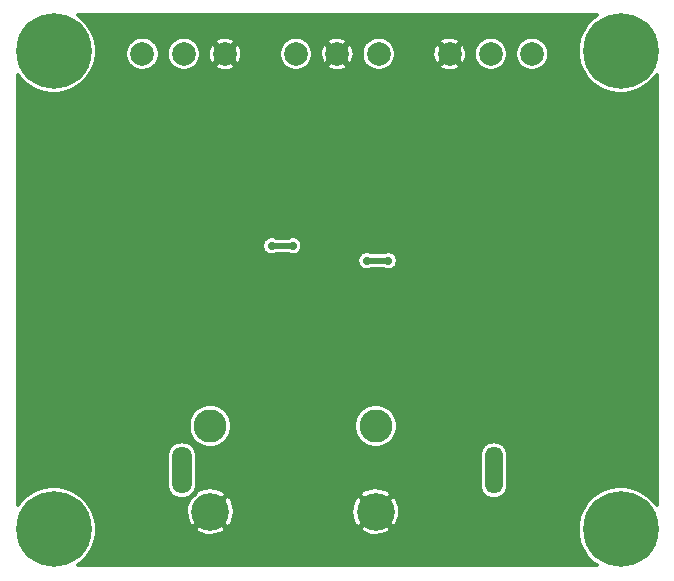
<source format=gbr>
%TF.GenerationSoftware,KiCad,Pcbnew,(5.1.6-0)*%
%TF.CreationDate,2023-05-11T16:08:50-07:00*%
%TF.ProjectId,input_buffer_RCA,696e7075-745f-4627-9566-6665725f5243,rev?*%
%TF.SameCoordinates,Original*%
%TF.FileFunction,Copper,L2,Bot*%
%TF.FilePolarity,Positive*%
%FSLAX46Y46*%
G04 Gerber Fmt 4.6, Leading zero omitted, Abs format (unit mm)*
G04 Created by KiCad (PCBNEW (5.1.6-0)) date 2023-05-11 16:08:50*
%MOMM*%
%LPD*%
G01*
G04 APERTURE LIST*
%TA.AperFunction,ComponentPad*%
%ADD10C,0.800000*%
%TD*%
%TA.AperFunction,ComponentPad*%
%ADD11C,6.400000*%
%TD*%
%TA.AperFunction,ComponentPad*%
%ADD12O,1.500000X4.000000*%
%TD*%
%TA.AperFunction,ComponentPad*%
%ADD13O,1.700000X4.000000*%
%TD*%
%TA.AperFunction,ComponentPad*%
%ADD14C,3.200000*%
%TD*%
%TA.AperFunction,ComponentPad*%
%ADD15C,2.800000*%
%TD*%
%TA.AperFunction,ComponentPad*%
%ADD16C,2.000000*%
%TD*%
%TA.AperFunction,ViaPad*%
%ADD17C,0.700000*%
%TD*%
%TA.AperFunction,Conductor*%
%ADD18C,0.500000*%
%TD*%
%TA.AperFunction,Conductor*%
%ADD19C,0.300000*%
%TD*%
G04 APERTURE END LIST*
D10*
%TO.P,H4,1*%
%TO.N,N/C*%
X150697056Y-144802944D03*
X149000000Y-144100000D03*
X147302944Y-144802944D03*
X146600000Y-146500000D03*
X147302944Y-148197056D03*
X149000000Y-148900000D03*
X150697056Y-148197056D03*
X151400000Y-146500000D03*
D11*
X149000000Y-146500000D03*
%TD*%
D10*
%TO.P,H3,1*%
%TO.N,N/C*%
X150697056Y-104302944D03*
X149000000Y-103600000D03*
X147302944Y-104302944D03*
X146600000Y-106000000D03*
X147302944Y-107697056D03*
X149000000Y-108400000D03*
X150697056Y-107697056D03*
X151400000Y-106000000D03*
D11*
X149000000Y-106000000D03*
%TD*%
D10*
%TO.P,H2,1*%
%TO.N,N/C*%
X102697056Y-144802944D03*
X101000000Y-144100000D03*
X99302944Y-144802944D03*
X98600000Y-146500000D03*
X99302944Y-148197056D03*
X101000000Y-148900000D03*
X102697056Y-148197056D03*
X103400000Y-146500000D03*
D11*
X101000000Y-146500000D03*
%TD*%
D10*
%TO.P,H1,1*%
%TO.N,N/C*%
X102697056Y-104302944D03*
X101000000Y-103600000D03*
X99302944Y-104302944D03*
X98600000Y-106000000D03*
X99302944Y-107697056D03*
X101000000Y-108400000D03*
X102697056Y-107697056D03*
X103400000Y-106000000D03*
D11*
X101000000Y-106000000D03*
%TD*%
D12*
%TO.P,J1,*%
%TO.N,*%
X138250000Y-141500000D03*
D13*
X111850000Y-141500000D03*
D14*
%TO.P,J1,2*%
%TO.N,GND*%
X114250000Y-145000000D03*
D15*
%TO.P,J1,3*%
%TO.N,Net-(D2-Pad2)*%
X128250000Y-137750000D03*
D14*
%TO.P,J1,4*%
%TO.N,GND*%
X128250000Y-145000000D03*
D15*
%TO.P,J1,1*%
%TO.N,Net-(D1-Pad2)*%
X114250000Y-137750000D03*
%TD*%
D16*
%TO.P,J4,3*%
%TO.N,VEE*%
X121500000Y-106250000D03*
%TO.P,J4,2*%
%TO.N,GND*%
X125000000Y-106250000D03*
%TO.P,J4,1*%
%TO.N,VCC*%
X128500000Y-106250000D03*
%TD*%
%TO.P,J3,3*%
%TO.N,GND*%
X134500000Y-106250000D03*
%TO.P,J3,2*%
%TO.N,/CH2OUT+*%
X138000000Y-106250000D03*
%TO.P,J3,1*%
%TO.N,/CH2OUT-*%
X141500000Y-106250000D03*
%TD*%
%TO.P,J2,3*%
%TO.N,/CH1OUT-*%
X108500000Y-106250000D03*
%TO.P,J2,2*%
%TO.N,/CH1OUT+*%
X112000000Y-106250000D03*
%TO.P,J2,1*%
%TO.N,GND*%
X115500000Y-106250000D03*
%TD*%
D17*
%TO.N,GND*%
X123000000Y-133750000D03*
X127000000Y-133750000D03*
X117000000Y-128250000D03*
X117000000Y-125500000D03*
X133000000Y-125500000D03*
X133000000Y-128250000D03*
X127250000Y-122500000D03*
X141750000Y-122500000D03*
X145500000Y-124250000D03*
X137750000Y-114000000D03*
X123000000Y-114000000D03*
X108000000Y-114000000D03*
X112000000Y-122500000D03*
X104250000Y-124250000D03*
X130000000Y-124500000D03*
X126750000Y-125500000D03*
X121250000Y-123500000D03*
X119250000Y-123500000D03*
X98901191Y-110042500D03*
X98901191Y-114042500D03*
X98901191Y-118042500D03*
X98901191Y-122042500D03*
X98901191Y-126042500D03*
X98901191Y-130042500D03*
X98901191Y-134042500D03*
X98901191Y-138042500D03*
X98901191Y-142042500D03*
X100901191Y-120042500D03*
X100901191Y-124042500D03*
X100901191Y-128042500D03*
X100901191Y-132042500D03*
X100901191Y-136042500D03*
X100901191Y-140042500D03*
X102901191Y-126042500D03*
X102901191Y-130042500D03*
X102901191Y-134042500D03*
X102901191Y-138042500D03*
X102901191Y-142042500D03*
X103901191Y-110042500D03*
X104901191Y-128042500D03*
X104901191Y-132042500D03*
X104901191Y-136042500D03*
X104901191Y-140042500D03*
X104901191Y-144042500D03*
X105901191Y-104042500D03*
X105901191Y-108042500D03*
X105901191Y-115042500D03*
X105901191Y-121042500D03*
X105901191Y-125042500D03*
X105901191Y-147042500D03*
X106901191Y-112042500D03*
X106901191Y-130042500D03*
X106901191Y-134042500D03*
X106901191Y-138042500D03*
X106901191Y-142042500D03*
X107901191Y-127042500D03*
X107901191Y-145042500D03*
X108901191Y-110042500D03*
X108901191Y-122042500D03*
X108901191Y-132042500D03*
X108901191Y-136042500D03*
X108901191Y-140042500D03*
X108901191Y-148042500D03*
X109901191Y-104042500D03*
X109901191Y-116042500D03*
X109901191Y-129042500D03*
X110901191Y-112042500D03*
X110901191Y-126042500D03*
X110901191Y-134042500D03*
X110901191Y-138042500D03*
X110901191Y-146042500D03*
X111901191Y-131042500D03*
X112901191Y-128042500D03*
X112901191Y-148042500D03*
X113901191Y-108042500D03*
X113901191Y-113042500D03*
X113901191Y-123042500D03*
X113901191Y-133042500D03*
X113901191Y-141042500D03*
X114901191Y-126042500D03*
X114901191Y-130042500D03*
X115901191Y-110042500D03*
X115901191Y-135042500D03*
X116901191Y-132042500D03*
X116901191Y-139042500D03*
X116901191Y-143042500D03*
X116901191Y-147042500D03*
X117901191Y-105042500D03*
X117901191Y-112042500D03*
X117901191Y-116042500D03*
X118901191Y-108042500D03*
X118901191Y-119042500D03*
X118901191Y-141042500D03*
X118901191Y-145042500D03*
X119901191Y-114042500D03*
X119901191Y-126042500D03*
X119901191Y-130042500D03*
X119901191Y-134042500D03*
X119901191Y-138042500D03*
X119901191Y-148042500D03*
X120901191Y-110042500D03*
X120901191Y-143042500D03*
X121901191Y-136042500D03*
X121901191Y-140042500D03*
X121901191Y-146042500D03*
X122901191Y-112042500D03*
X122901191Y-125042500D03*
X122901191Y-129042500D03*
X123901191Y-132042500D03*
X123901191Y-138042500D03*
X123901191Y-142042500D03*
X123901191Y-148042500D03*
X124901191Y-127042500D03*
X124901191Y-135042500D03*
X124901191Y-145042500D03*
X125901191Y-130042500D03*
X125901191Y-140042500D03*
X126901191Y-108042500D03*
X127901191Y-142042500D03*
X127901191Y-148042500D03*
X128901191Y-111042500D03*
X128901191Y-115042500D03*
X128901191Y-135042500D03*
X129901191Y-120042500D03*
X129901191Y-126042500D03*
X129901191Y-130042500D03*
X129901191Y-140042500D03*
X130901191Y-105042500D03*
X130901191Y-109042500D03*
X130901191Y-113042500D03*
X130901191Y-143042500D03*
X130901191Y-147042500D03*
X131901191Y-138042500D03*
X132901191Y-111042500D03*
X132901191Y-121042500D03*
X132901191Y-131042500D03*
X132901191Y-135042500D03*
X132901191Y-141042500D03*
X132901191Y-145042500D03*
X133901191Y-124042500D03*
X133901191Y-148042500D03*
X134901191Y-109042500D03*
X134901191Y-127042500D03*
X134901191Y-133042500D03*
X134901191Y-137042500D03*
X134901191Y-143042500D03*
X135901191Y-112042500D03*
X135901191Y-130042500D03*
X135901191Y-140042500D03*
X135901191Y-146042500D03*
X136901191Y-125042500D03*
X136901191Y-135042500D03*
X137901191Y-110042500D03*
X137901191Y-128042500D03*
X137901191Y-132042500D03*
X137901191Y-138042500D03*
X137901191Y-148042500D03*
X138901191Y-118042500D03*
X138901191Y-145042500D03*
X139901191Y-112042500D03*
X139901191Y-124042500D03*
X139901191Y-130042500D03*
X139901191Y-134042500D03*
X140901191Y-104042500D03*
X140901191Y-127042500D03*
X140901191Y-137042500D03*
X140901191Y-141042500D03*
X140901191Y-147042500D03*
X141901191Y-132042500D03*
X141901191Y-144042500D03*
X142901191Y-125042500D03*
X142901191Y-129042500D03*
X142901191Y-135042500D03*
X142901191Y-139042500D03*
X143901191Y-105042500D03*
X143901191Y-109042500D03*
X143901191Y-113042500D03*
X143901191Y-121042500D03*
X143901191Y-142042500D03*
X143901191Y-146042500D03*
X144901191Y-127042500D03*
X144901191Y-131042500D03*
X144901191Y-137042500D03*
X145901191Y-134042500D03*
X145901191Y-140042500D03*
X146901191Y-110042500D03*
X146901191Y-125042500D03*
X146901191Y-129042500D03*
X147901191Y-119042500D03*
X147901191Y-132042500D03*
X147901191Y-136042500D03*
X147901191Y-142042500D03*
X148901191Y-122042500D03*
X148901191Y-127042500D03*
X148901191Y-139042500D03*
X149901191Y-111042500D03*
X149901191Y-115042500D03*
X149901191Y-130042500D03*
X149901191Y-134042500D03*
X150901191Y-118042500D03*
X150901191Y-124042500D03*
X150901191Y-137042500D03*
X150901191Y-141042500D03*
X124250000Y-122500000D03*
X125500000Y-120500000D03*
X135000000Y-120000000D03*
X135500000Y-118000000D03*
X116250000Y-122500000D03*
X110500000Y-117750000D03*
X103250000Y-112250000D03*
X103000000Y-118250000D03*
X114750000Y-118750000D03*
X121500000Y-121250000D03*
X116250000Y-120000000D03*
%TO.N,VEE*%
X121250000Y-122500000D03*
X119450000Y-122500000D03*
X129312500Y-123750000D03*
X127500000Y-123750000D03*
%TD*%
D18*
%TO.N,VEE*%
X119450000Y-122500000D02*
X121250000Y-122500000D01*
X129312500Y-123750000D02*
X127500000Y-123750000D01*
%TD*%
D19*
%TO.N,GND*%
G36*
X146673260Y-103164860D02*
G01*
X146164860Y-103673260D01*
X145765412Y-104271077D01*
X145490267Y-104935334D01*
X145350000Y-105640506D01*
X145350000Y-106359494D01*
X145490267Y-107064666D01*
X145765412Y-107728923D01*
X146164860Y-108326740D01*
X146673260Y-108835140D01*
X147271077Y-109234588D01*
X147935334Y-109509733D01*
X148640506Y-109650000D01*
X149359494Y-109650000D01*
X150064666Y-109509733D01*
X150728923Y-109234588D01*
X151326740Y-108835140D01*
X151835140Y-108326740D01*
X152025000Y-108042594D01*
X152025001Y-144457407D01*
X151835140Y-144173260D01*
X151326740Y-143664860D01*
X150728923Y-143265412D01*
X150064666Y-142990267D01*
X149359494Y-142850000D01*
X148640506Y-142850000D01*
X147935334Y-142990267D01*
X147271077Y-143265412D01*
X146673260Y-143664860D01*
X146164860Y-144173260D01*
X145765412Y-144771077D01*
X145490267Y-145435334D01*
X145350000Y-146140506D01*
X145350000Y-146859494D01*
X145490267Y-147564666D01*
X145765412Y-148228923D01*
X146164860Y-148826740D01*
X146673260Y-149335140D01*
X146957406Y-149525000D01*
X103042594Y-149525000D01*
X103326740Y-149335140D01*
X103835140Y-148826740D01*
X104234588Y-148228923D01*
X104509733Y-147564666D01*
X104650000Y-146859494D01*
X104650000Y-146445927D01*
X112945494Y-146445927D01*
X113121540Y-146723322D01*
X113479426Y-146910361D01*
X113866926Y-147023985D01*
X114269146Y-147059829D01*
X114670630Y-147016515D01*
X115055951Y-146895707D01*
X115378460Y-146723322D01*
X115554506Y-146445927D01*
X126945494Y-146445927D01*
X127121540Y-146723322D01*
X127479426Y-146910361D01*
X127866926Y-147023985D01*
X128269146Y-147059829D01*
X128670630Y-147016515D01*
X129055951Y-146895707D01*
X129378460Y-146723322D01*
X129554506Y-146445927D01*
X128250000Y-145141421D01*
X126945494Y-146445927D01*
X115554506Y-146445927D01*
X114250000Y-145141421D01*
X112945494Y-146445927D01*
X104650000Y-146445927D01*
X104650000Y-146140506D01*
X104509733Y-145435334D01*
X104234588Y-144771077D01*
X103835140Y-144173260D01*
X103326740Y-143664860D01*
X102728923Y-143265412D01*
X102064666Y-142990267D01*
X101359494Y-142850000D01*
X100640506Y-142850000D01*
X99935334Y-142990267D01*
X99271077Y-143265412D01*
X98673260Y-143664860D01*
X98164860Y-144173260D01*
X97975000Y-144457406D01*
X97975000Y-140286137D01*
X110550000Y-140286137D01*
X110550001Y-142713864D01*
X110568811Y-142904845D01*
X110643146Y-143149896D01*
X110763861Y-143375736D01*
X110926314Y-143573687D01*
X111124265Y-143736140D01*
X111350105Y-143856855D01*
X111595156Y-143931190D01*
X111850000Y-143956290D01*
X112104845Y-143931190D01*
X112349896Y-143856855D01*
X112575736Y-143736140D01*
X112723473Y-143614897D01*
X112804071Y-143695495D01*
X112526678Y-143871540D01*
X112339639Y-144229426D01*
X112226015Y-144616926D01*
X112190171Y-145019146D01*
X112233485Y-145420630D01*
X112354293Y-145805951D01*
X112526678Y-146128460D01*
X112804073Y-146304506D01*
X114108579Y-145000000D01*
X114391421Y-145000000D01*
X115695927Y-146304506D01*
X115973322Y-146128460D01*
X116160361Y-145770574D01*
X116273985Y-145383074D01*
X116306416Y-145019146D01*
X126190171Y-145019146D01*
X126233485Y-145420630D01*
X126354293Y-145805951D01*
X126526678Y-146128460D01*
X126804073Y-146304506D01*
X128108579Y-145000000D01*
X128391421Y-145000000D01*
X129695927Y-146304506D01*
X129973322Y-146128460D01*
X130160361Y-145770574D01*
X130273985Y-145383074D01*
X130309829Y-144980854D01*
X130266515Y-144579370D01*
X130145707Y-144194049D01*
X129973322Y-143871540D01*
X129695927Y-143695494D01*
X128391421Y-145000000D01*
X128108579Y-145000000D01*
X126804073Y-143695494D01*
X126526678Y-143871540D01*
X126339639Y-144229426D01*
X126226015Y-144616926D01*
X126190171Y-145019146D01*
X116306416Y-145019146D01*
X116309829Y-144980854D01*
X116266515Y-144579370D01*
X116145707Y-144194049D01*
X115973322Y-143871540D01*
X115695927Y-143695494D01*
X114391421Y-145000000D01*
X114108579Y-145000000D01*
X114094437Y-144985858D01*
X114235858Y-144844437D01*
X114250000Y-144858579D01*
X115554506Y-143554073D01*
X126945494Y-143554073D01*
X128250000Y-144858579D01*
X129554506Y-143554073D01*
X129378460Y-143276678D01*
X129020574Y-143089639D01*
X128633074Y-142976015D01*
X128230854Y-142940171D01*
X127829370Y-142983485D01*
X127444049Y-143104293D01*
X127121540Y-143276678D01*
X126945494Y-143554073D01*
X115554506Y-143554073D01*
X115378460Y-143276678D01*
X115020574Y-143089639D01*
X114633074Y-142976015D01*
X114230854Y-142940171D01*
X113829370Y-142983485D01*
X113444049Y-143104293D01*
X113121540Y-143276678D01*
X112945495Y-143554071D01*
X112864643Y-143473219D01*
X112817218Y-143520644D01*
X112936140Y-143375736D01*
X113056855Y-143149896D01*
X113131190Y-142904845D01*
X113150000Y-142713864D01*
X113150000Y-140286136D01*
X113140635Y-140191051D01*
X137050000Y-140191051D01*
X137050001Y-142808950D01*
X137067364Y-142985241D01*
X137135982Y-143211442D01*
X137247410Y-143419910D01*
X137397367Y-143602634D01*
X137580091Y-143752591D01*
X137788559Y-143864019D01*
X138014760Y-143932637D01*
X138250000Y-143955806D01*
X138485241Y-143932637D01*
X138711442Y-143864019D01*
X138919910Y-143752591D01*
X139102634Y-143602634D01*
X139252591Y-143419910D01*
X139364019Y-143211442D01*
X139432637Y-142985241D01*
X139450000Y-142808950D01*
X139450000Y-140191050D01*
X139432637Y-140014759D01*
X139364019Y-139788558D01*
X139252591Y-139580090D01*
X139102634Y-139397366D01*
X138919909Y-139247409D01*
X138711441Y-139135981D01*
X138485240Y-139067363D01*
X138250000Y-139044194D01*
X138014759Y-139067363D01*
X137788558Y-139135981D01*
X137580090Y-139247409D01*
X137397366Y-139397366D01*
X137247409Y-139580091D01*
X137135981Y-139788559D01*
X137067363Y-140014760D01*
X137050000Y-140191051D01*
X113140635Y-140191051D01*
X113131190Y-140095155D01*
X113056855Y-139850104D01*
X112936140Y-139624264D01*
X112773687Y-139426313D01*
X112575735Y-139263860D01*
X112349895Y-139143145D01*
X112104844Y-139068810D01*
X111850000Y-139043710D01*
X111595155Y-139068810D01*
X111350104Y-139143145D01*
X111124264Y-139263860D01*
X110926313Y-139426313D01*
X110763860Y-139624265D01*
X110643145Y-139850105D01*
X110568810Y-140095156D01*
X110550000Y-140286137D01*
X97975000Y-140286137D01*
X97975000Y-137567791D01*
X112400000Y-137567791D01*
X112400000Y-137932209D01*
X112471095Y-138289625D01*
X112610552Y-138626303D01*
X112813011Y-138929306D01*
X113070694Y-139186989D01*
X113373697Y-139389448D01*
X113710375Y-139528905D01*
X114067791Y-139600000D01*
X114432209Y-139600000D01*
X114789625Y-139528905D01*
X115126303Y-139389448D01*
X115429306Y-139186989D01*
X115686989Y-138929306D01*
X115889448Y-138626303D01*
X116028905Y-138289625D01*
X116100000Y-137932209D01*
X116100000Y-137567791D01*
X126400000Y-137567791D01*
X126400000Y-137932209D01*
X126471095Y-138289625D01*
X126610552Y-138626303D01*
X126813011Y-138929306D01*
X127070694Y-139186989D01*
X127373697Y-139389448D01*
X127710375Y-139528905D01*
X128067791Y-139600000D01*
X128432209Y-139600000D01*
X128789625Y-139528905D01*
X129126303Y-139389448D01*
X129429306Y-139186989D01*
X129686989Y-138929306D01*
X129889448Y-138626303D01*
X130028905Y-138289625D01*
X130100000Y-137932209D01*
X130100000Y-137567791D01*
X130028905Y-137210375D01*
X129889448Y-136873697D01*
X129686989Y-136570694D01*
X129429306Y-136313011D01*
X129126303Y-136110552D01*
X128789625Y-135971095D01*
X128432209Y-135900000D01*
X128067791Y-135900000D01*
X127710375Y-135971095D01*
X127373697Y-136110552D01*
X127070694Y-136313011D01*
X126813011Y-136570694D01*
X126610552Y-136873697D01*
X126471095Y-137210375D01*
X126400000Y-137567791D01*
X116100000Y-137567791D01*
X116028905Y-137210375D01*
X115889448Y-136873697D01*
X115686989Y-136570694D01*
X115429306Y-136313011D01*
X115126303Y-136110552D01*
X114789625Y-135971095D01*
X114432209Y-135900000D01*
X114067791Y-135900000D01*
X113710375Y-135971095D01*
X113373697Y-136110552D01*
X113070694Y-136313011D01*
X112813011Y-136570694D01*
X112610552Y-136873697D01*
X112471095Y-137210375D01*
X112400000Y-137567791D01*
X97975000Y-137567791D01*
X97975000Y-123671207D01*
X126700000Y-123671207D01*
X126700000Y-123828793D01*
X126730743Y-123983351D01*
X126791049Y-124128942D01*
X126878599Y-124259970D01*
X126990030Y-124371401D01*
X127121058Y-124458951D01*
X127266649Y-124519257D01*
X127421207Y-124550000D01*
X127578793Y-124550000D01*
X127733351Y-124519257D01*
X127878942Y-124458951D01*
X127892338Y-124450000D01*
X128920162Y-124450000D01*
X128933558Y-124458951D01*
X129079149Y-124519257D01*
X129233707Y-124550000D01*
X129391293Y-124550000D01*
X129545851Y-124519257D01*
X129691442Y-124458951D01*
X129822470Y-124371401D01*
X129933901Y-124259970D01*
X130021451Y-124128942D01*
X130081757Y-123983351D01*
X130112500Y-123828793D01*
X130112500Y-123671207D01*
X130081757Y-123516649D01*
X130021451Y-123371058D01*
X129933901Y-123240030D01*
X129822470Y-123128599D01*
X129691442Y-123041049D01*
X129545851Y-122980743D01*
X129391293Y-122950000D01*
X129233707Y-122950000D01*
X129079149Y-122980743D01*
X128933558Y-123041049D01*
X128920162Y-123050000D01*
X127892338Y-123050000D01*
X127878942Y-123041049D01*
X127733351Y-122980743D01*
X127578793Y-122950000D01*
X127421207Y-122950000D01*
X127266649Y-122980743D01*
X127121058Y-123041049D01*
X126990030Y-123128599D01*
X126878599Y-123240030D01*
X126791049Y-123371058D01*
X126730743Y-123516649D01*
X126700000Y-123671207D01*
X97975000Y-123671207D01*
X97975000Y-122421207D01*
X118650000Y-122421207D01*
X118650000Y-122578793D01*
X118680743Y-122733351D01*
X118741049Y-122878942D01*
X118828599Y-123009970D01*
X118940030Y-123121401D01*
X119071058Y-123208951D01*
X119216649Y-123269257D01*
X119371207Y-123300000D01*
X119528793Y-123300000D01*
X119683351Y-123269257D01*
X119828942Y-123208951D01*
X119842338Y-123200000D01*
X120857662Y-123200000D01*
X120871058Y-123208951D01*
X121016649Y-123269257D01*
X121171207Y-123300000D01*
X121328793Y-123300000D01*
X121483351Y-123269257D01*
X121628942Y-123208951D01*
X121759970Y-123121401D01*
X121871401Y-123009970D01*
X121958951Y-122878942D01*
X122019257Y-122733351D01*
X122050000Y-122578793D01*
X122050000Y-122421207D01*
X122019257Y-122266649D01*
X121958951Y-122121058D01*
X121871401Y-121990030D01*
X121759970Y-121878599D01*
X121628942Y-121791049D01*
X121483351Y-121730743D01*
X121328793Y-121700000D01*
X121171207Y-121700000D01*
X121016649Y-121730743D01*
X120871058Y-121791049D01*
X120857662Y-121800000D01*
X119842338Y-121800000D01*
X119828942Y-121791049D01*
X119683351Y-121730743D01*
X119528793Y-121700000D01*
X119371207Y-121700000D01*
X119216649Y-121730743D01*
X119071058Y-121791049D01*
X118940030Y-121878599D01*
X118828599Y-121990030D01*
X118741049Y-122121058D01*
X118680743Y-122266649D01*
X118650000Y-122421207D01*
X97975000Y-122421207D01*
X97975000Y-108042594D01*
X98164860Y-108326740D01*
X98673260Y-108835140D01*
X99271077Y-109234588D01*
X99935334Y-109509733D01*
X100640506Y-109650000D01*
X101359494Y-109650000D01*
X102064666Y-109509733D01*
X102728923Y-109234588D01*
X103326740Y-108835140D01*
X103835140Y-108326740D01*
X104234588Y-107728923D01*
X104509733Y-107064666D01*
X104650000Y-106359494D01*
X104650000Y-106107187D01*
X107050000Y-106107187D01*
X107050000Y-106392813D01*
X107105723Y-106672949D01*
X107215027Y-106936833D01*
X107373711Y-107174321D01*
X107575679Y-107376289D01*
X107813167Y-107534973D01*
X108077051Y-107644277D01*
X108357187Y-107700000D01*
X108642813Y-107700000D01*
X108922949Y-107644277D01*
X109186833Y-107534973D01*
X109424321Y-107376289D01*
X109626289Y-107174321D01*
X109784973Y-106936833D01*
X109894277Y-106672949D01*
X109950000Y-106392813D01*
X109950000Y-106107187D01*
X110550000Y-106107187D01*
X110550000Y-106392813D01*
X110605723Y-106672949D01*
X110715027Y-106936833D01*
X110873711Y-107174321D01*
X111075679Y-107376289D01*
X111313167Y-107534973D01*
X111577051Y-107644277D01*
X111857187Y-107700000D01*
X112142813Y-107700000D01*
X112422949Y-107644277D01*
X112686833Y-107534973D01*
X112924321Y-107376289D01*
X113031816Y-107268794D01*
X114622628Y-107268794D01*
X114726509Y-107484750D01*
X114982259Y-107611925D01*
X115257906Y-107686762D01*
X115542856Y-107706386D01*
X115826159Y-107670042D01*
X116096928Y-107579125D01*
X116273491Y-107484750D01*
X116377372Y-107268794D01*
X115500000Y-106391421D01*
X114622628Y-107268794D01*
X113031816Y-107268794D01*
X113126289Y-107174321D01*
X113284973Y-106936833D01*
X113394277Y-106672949D01*
X113450000Y-106392813D01*
X113450000Y-106292856D01*
X114043614Y-106292856D01*
X114079958Y-106576159D01*
X114170875Y-106846928D01*
X114265250Y-107023491D01*
X114481206Y-107127372D01*
X115358579Y-106250000D01*
X115641421Y-106250000D01*
X116518794Y-107127372D01*
X116734750Y-107023491D01*
X116861925Y-106767741D01*
X116936762Y-106492094D01*
X116956386Y-106207144D01*
X116943563Y-106107187D01*
X120050000Y-106107187D01*
X120050000Y-106392813D01*
X120105723Y-106672949D01*
X120215027Y-106936833D01*
X120373711Y-107174321D01*
X120575679Y-107376289D01*
X120813167Y-107534973D01*
X121077051Y-107644277D01*
X121357187Y-107700000D01*
X121642813Y-107700000D01*
X121922949Y-107644277D01*
X122186833Y-107534973D01*
X122424321Y-107376289D01*
X122531816Y-107268794D01*
X124122628Y-107268794D01*
X124226509Y-107484750D01*
X124482259Y-107611925D01*
X124757906Y-107686762D01*
X125042856Y-107706386D01*
X125326159Y-107670042D01*
X125596928Y-107579125D01*
X125773491Y-107484750D01*
X125877372Y-107268794D01*
X125000000Y-106391421D01*
X124122628Y-107268794D01*
X122531816Y-107268794D01*
X122626289Y-107174321D01*
X122784973Y-106936833D01*
X122894277Y-106672949D01*
X122950000Y-106392813D01*
X122950000Y-106292856D01*
X123543614Y-106292856D01*
X123579958Y-106576159D01*
X123670875Y-106846928D01*
X123765250Y-107023491D01*
X123981206Y-107127372D01*
X124858579Y-106250000D01*
X125141421Y-106250000D01*
X126018794Y-107127372D01*
X126234750Y-107023491D01*
X126361925Y-106767741D01*
X126436762Y-106492094D01*
X126456386Y-106207144D01*
X126443563Y-106107187D01*
X127050000Y-106107187D01*
X127050000Y-106392813D01*
X127105723Y-106672949D01*
X127215027Y-106936833D01*
X127373711Y-107174321D01*
X127575679Y-107376289D01*
X127813167Y-107534973D01*
X128077051Y-107644277D01*
X128357187Y-107700000D01*
X128642813Y-107700000D01*
X128922949Y-107644277D01*
X129186833Y-107534973D01*
X129424321Y-107376289D01*
X129531816Y-107268794D01*
X133622628Y-107268794D01*
X133726509Y-107484750D01*
X133982259Y-107611925D01*
X134257906Y-107686762D01*
X134542856Y-107706386D01*
X134826159Y-107670042D01*
X135096928Y-107579125D01*
X135273491Y-107484750D01*
X135377372Y-107268794D01*
X134500000Y-106391421D01*
X133622628Y-107268794D01*
X129531816Y-107268794D01*
X129626289Y-107174321D01*
X129784973Y-106936833D01*
X129894277Y-106672949D01*
X129950000Y-106392813D01*
X129950000Y-106292856D01*
X133043614Y-106292856D01*
X133079958Y-106576159D01*
X133170875Y-106846928D01*
X133265250Y-107023491D01*
X133481206Y-107127372D01*
X134358579Y-106250000D01*
X134641421Y-106250000D01*
X135518794Y-107127372D01*
X135734750Y-107023491D01*
X135861925Y-106767741D01*
X135936762Y-106492094D01*
X135956386Y-106207144D01*
X135943563Y-106107187D01*
X136550000Y-106107187D01*
X136550000Y-106392813D01*
X136605723Y-106672949D01*
X136715027Y-106936833D01*
X136873711Y-107174321D01*
X137075679Y-107376289D01*
X137313167Y-107534973D01*
X137577051Y-107644277D01*
X137857187Y-107700000D01*
X138142813Y-107700000D01*
X138422949Y-107644277D01*
X138686833Y-107534973D01*
X138924321Y-107376289D01*
X139126289Y-107174321D01*
X139284973Y-106936833D01*
X139394277Y-106672949D01*
X139450000Y-106392813D01*
X139450000Y-106107187D01*
X140050000Y-106107187D01*
X140050000Y-106392813D01*
X140105723Y-106672949D01*
X140215027Y-106936833D01*
X140373711Y-107174321D01*
X140575679Y-107376289D01*
X140813167Y-107534973D01*
X141077051Y-107644277D01*
X141357187Y-107700000D01*
X141642813Y-107700000D01*
X141922949Y-107644277D01*
X142186833Y-107534973D01*
X142424321Y-107376289D01*
X142626289Y-107174321D01*
X142784973Y-106936833D01*
X142894277Y-106672949D01*
X142950000Y-106392813D01*
X142950000Y-106107187D01*
X142894277Y-105827051D01*
X142784973Y-105563167D01*
X142626289Y-105325679D01*
X142424321Y-105123711D01*
X142186833Y-104965027D01*
X141922949Y-104855723D01*
X141642813Y-104800000D01*
X141357187Y-104800000D01*
X141077051Y-104855723D01*
X140813167Y-104965027D01*
X140575679Y-105123711D01*
X140373711Y-105325679D01*
X140215027Y-105563167D01*
X140105723Y-105827051D01*
X140050000Y-106107187D01*
X139450000Y-106107187D01*
X139394277Y-105827051D01*
X139284973Y-105563167D01*
X139126289Y-105325679D01*
X138924321Y-105123711D01*
X138686833Y-104965027D01*
X138422949Y-104855723D01*
X138142813Y-104800000D01*
X137857187Y-104800000D01*
X137577051Y-104855723D01*
X137313167Y-104965027D01*
X137075679Y-105123711D01*
X136873711Y-105325679D01*
X136715027Y-105563167D01*
X136605723Y-105827051D01*
X136550000Y-106107187D01*
X135943563Y-106107187D01*
X135920042Y-105923841D01*
X135829125Y-105653072D01*
X135734750Y-105476509D01*
X135518794Y-105372628D01*
X134641421Y-106250000D01*
X134358579Y-106250000D01*
X133481206Y-105372628D01*
X133265250Y-105476509D01*
X133138075Y-105732259D01*
X133063238Y-106007906D01*
X133043614Y-106292856D01*
X129950000Y-106292856D01*
X129950000Y-106107187D01*
X129894277Y-105827051D01*
X129784973Y-105563167D01*
X129626289Y-105325679D01*
X129531816Y-105231206D01*
X133622628Y-105231206D01*
X134500000Y-106108579D01*
X135377372Y-105231206D01*
X135273491Y-105015250D01*
X135017741Y-104888075D01*
X134742094Y-104813238D01*
X134457144Y-104793614D01*
X134173841Y-104829958D01*
X133903072Y-104920875D01*
X133726509Y-105015250D01*
X133622628Y-105231206D01*
X129531816Y-105231206D01*
X129424321Y-105123711D01*
X129186833Y-104965027D01*
X128922949Y-104855723D01*
X128642813Y-104800000D01*
X128357187Y-104800000D01*
X128077051Y-104855723D01*
X127813167Y-104965027D01*
X127575679Y-105123711D01*
X127373711Y-105325679D01*
X127215027Y-105563167D01*
X127105723Y-105827051D01*
X127050000Y-106107187D01*
X126443563Y-106107187D01*
X126420042Y-105923841D01*
X126329125Y-105653072D01*
X126234750Y-105476509D01*
X126018794Y-105372628D01*
X125141421Y-106250000D01*
X124858579Y-106250000D01*
X123981206Y-105372628D01*
X123765250Y-105476509D01*
X123638075Y-105732259D01*
X123563238Y-106007906D01*
X123543614Y-106292856D01*
X122950000Y-106292856D01*
X122950000Y-106107187D01*
X122894277Y-105827051D01*
X122784973Y-105563167D01*
X122626289Y-105325679D01*
X122531816Y-105231206D01*
X124122628Y-105231206D01*
X125000000Y-106108579D01*
X125877372Y-105231206D01*
X125773491Y-105015250D01*
X125517741Y-104888075D01*
X125242094Y-104813238D01*
X124957144Y-104793614D01*
X124673841Y-104829958D01*
X124403072Y-104920875D01*
X124226509Y-105015250D01*
X124122628Y-105231206D01*
X122531816Y-105231206D01*
X122424321Y-105123711D01*
X122186833Y-104965027D01*
X121922949Y-104855723D01*
X121642813Y-104800000D01*
X121357187Y-104800000D01*
X121077051Y-104855723D01*
X120813167Y-104965027D01*
X120575679Y-105123711D01*
X120373711Y-105325679D01*
X120215027Y-105563167D01*
X120105723Y-105827051D01*
X120050000Y-106107187D01*
X116943563Y-106107187D01*
X116920042Y-105923841D01*
X116829125Y-105653072D01*
X116734750Y-105476509D01*
X116518794Y-105372628D01*
X115641421Y-106250000D01*
X115358579Y-106250000D01*
X114481206Y-105372628D01*
X114265250Y-105476509D01*
X114138075Y-105732259D01*
X114063238Y-106007906D01*
X114043614Y-106292856D01*
X113450000Y-106292856D01*
X113450000Y-106107187D01*
X113394277Y-105827051D01*
X113284973Y-105563167D01*
X113126289Y-105325679D01*
X113031816Y-105231206D01*
X114622628Y-105231206D01*
X115500000Y-106108579D01*
X116377372Y-105231206D01*
X116273491Y-105015250D01*
X116017741Y-104888075D01*
X115742094Y-104813238D01*
X115457144Y-104793614D01*
X115173841Y-104829958D01*
X114903072Y-104920875D01*
X114726509Y-105015250D01*
X114622628Y-105231206D01*
X113031816Y-105231206D01*
X112924321Y-105123711D01*
X112686833Y-104965027D01*
X112422949Y-104855723D01*
X112142813Y-104800000D01*
X111857187Y-104800000D01*
X111577051Y-104855723D01*
X111313167Y-104965027D01*
X111075679Y-105123711D01*
X110873711Y-105325679D01*
X110715027Y-105563167D01*
X110605723Y-105827051D01*
X110550000Y-106107187D01*
X109950000Y-106107187D01*
X109894277Y-105827051D01*
X109784973Y-105563167D01*
X109626289Y-105325679D01*
X109424321Y-105123711D01*
X109186833Y-104965027D01*
X108922949Y-104855723D01*
X108642813Y-104800000D01*
X108357187Y-104800000D01*
X108077051Y-104855723D01*
X107813167Y-104965027D01*
X107575679Y-105123711D01*
X107373711Y-105325679D01*
X107215027Y-105563167D01*
X107105723Y-105827051D01*
X107050000Y-106107187D01*
X104650000Y-106107187D01*
X104650000Y-105640506D01*
X104509733Y-104935334D01*
X104234588Y-104271077D01*
X103835140Y-103673260D01*
X103326740Y-103164860D01*
X103042594Y-102975000D01*
X146957406Y-102975000D01*
X146673260Y-103164860D01*
G37*
X146673260Y-103164860D02*
X146164860Y-103673260D01*
X145765412Y-104271077D01*
X145490267Y-104935334D01*
X145350000Y-105640506D01*
X145350000Y-106359494D01*
X145490267Y-107064666D01*
X145765412Y-107728923D01*
X146164860Y-108326740D01*
X146673260Y-108835140D01*
X147271077Y-109234588D01*
X147935334Y-109509733D01*
X148640506Y-109650000D01*
X149359494Y-109650000D01*
X150064666Y-109509733D01*
X150728923Y-109234588D01*
X151326740Y-108835140D01*
X151835140Y-108326740D01*
X152025000Y-108042594D01*
X152025001Y-144457407D01*
X151835140Y-144173260D01*
X151326740Y-143664860D01*
X150728923Y-143265412D01*
X150064666Y-142990267D01*
X149359494Y-142850000D01*
X148640506Y-142850000D01*
X147935334Y-142990267D01*
X147271077Y-143265412D01*
X146673260Y-143664860D01*
X146164860Y-144173260D01*
X145765412Y-144771077D01*
X145490267Y-145435334D01*
X145350000Y-146140506D01*
X145350000Y-146859494D01*
X145490267Y-147564666D01*
X145765412Y-148228923D01*
X146164860Y-148826740D01*
X146673260Y-149335140D01*
X146957406Y-149525000D01*
X103042594Y-149525000D01*
X103326740Y-149335140D01*
X103835140Y-148826740D01*
X104234588Y-148228923D01*
X104509733Y-147564666D01*
X104650000Y-146859494D01*
X104650000Y-146445927D01*
X112945494Y-146445927D01*
X113121540Y-146723322D01*
X113479426Y-146910361D01*
X113866926Y-147023985D01*
X114269146Y-147059829D01*
X114670630Y-147016515D01*
X115055951Y-146895707D01*
X115378460Y-146723322D01*
X115554506Y-146445927D01*
X126945494Y-146445927D01*
X127121540Y-146723322D01*
X127479426Y-146910361D01*
X127866926Y-147023985D01*
X128269146Y-147059829D01*
X128670630Y-147016515D01*
X129055951Y-146895707D01*
X129378460Y-146723322D01*
X129554506Y-146445927D01*
X128250000Y-145141421D01*
X126945494Y-146445927D01*
X115554506Y-146445927D01*
X114250000Y-145141421D01*
X112945494Y-146445927D01*
X104650000Y-146445927D01*
X104650000Y-146140506D01*
X104509733Y-145435334D01*
X104234588Y-144771077D01*
X103835140Y-144173260D01*
X103326740Y-143664860D01*
X102728923Y-143265412D01*
X102064666Y-142990267D01*
X101359494Y-142850000D01*
X100640506Y-142850000D01*
X99935334Y-142990267D01*
X99271077Y-143265412D01*
X98673260Y-143664860D01*
X98164860Y-144173260D01*
X97975000Y-144457406D01*
X97975000Y-140286137D01*
X110550000Y-140286137D01*
X110550001Y-142713864D01*
X110568811Y-142904845D01*
X110643146Y-143149896D01*
X110763861Y-143375736D01*
X110926314Y-143573687D01*
X111124265Y-143736140D01*
X111350105Y-143856855D01*
X111595156Y-143931190D01*
X111850000Y-143956290D01*
X112104845Y-143931190D01*
X112349896Y-143856855D01*
X112575736Y-143736140D01*
X112723473Y-143614897D01*
X112804071Y-143695495D01*
X112526678Y-143871540D01*
X112339639Y-144229426D01*
X112226015Y-144616926D01*
X112190171Y-145019146D01*
X112233485Y-145420630D01*
X112354293Y-145805951D01*
X112526678Y-146128460D01*
X112804073Y-146304506D01*
X114108579Y-145000000D01*
X114391421Y-145000000D01*
X115695927Y-146304506D01*
X115973322Y-146128460D01*
X116160361Y-145770574D01*
X116273985Y-145383074D01*
X116306416Y-145019146D01*
X126190171Y-145019146D01*
X126233485Y-145420630D01*
X126354293Y-145805951D01*
X126526678Y-146128460D01*
X126804073Y-146304506D01*
X128108579Y-145000000D01*
X128391421Y-145000000D01*
X129695927Y-146304506D01*
X129973322Y-146128460D01*
X130160361Y-145770574D01*
X130273985Y-145383074D01*
X130309829Y-144980854D01*
X130266515Y-144579370D01*
X130145707Y-144194049D01*
X129973322Y-143871540D01*
X129695927Y-143695494D01*
X128391421Y-145000000D01*
X128108579Y-145000000D01*
X126804073Y-143695494D01*
X126526678Y-143871540D01*
X126339639Y-144229426D01*
X126226015Y-144616926D01*
X126190171Y-145019146D01*
X116306416Y-145019146D01*
X116309829Y-144980854D01*
X116266515Y-144579370D01*
X116145707Y-144194049D01*
X115973322Y-143871540D01*
X115695927Y-143695494D01*
X114391421Y-145000000D01*
X114108579Y-145000000D01*
X114094437Y-144985858D01*
X114235858Y-144844437D01*
X114250000Y-144858579D01*
X115554506Y-143554073D01*
X126945494Y-143554073D01*
X128250000Y-144858579D01*
X129554506Y-143554073D01*
X129378460Y-143276678D01*
X129020574Y-143089639D01*
X128633074Y-142976015D01*
X128230854Y-142940171D01*
X127829370Y-142983485D01*
X127444049Y-143104293D01*
X127121540Y-143276678D01*
X126945494Y-143554073D01*
X115554506Y-143554073D01*
X115378460Y-143276678D01*
X115020574Y-143089639D01*
X114633074Y-142976015D01*
X114230854Y-142940171D01*
X113829370Y-142983485D01*
X113444049Y-143104293D01*
X113121540Y-143276678D01*
X112945495Y-143554071D01*
X112864643Y-143473219D01*
X112817218Y-143520644D01*
X112936140Y-143375736D01*
X113056855Y-143149896D01*
X113131190Y-142904845D01*
X113150000Y-142713864D01*
X113150000Y-140286136D01*
X113140635Y-140191051D01*
X137050000Y-140191051D01*
X137050001Y-142808950D01*
X137067364Y-142985241D01*
X137135982Y-143211442D01*
X137247410Y-143419910D01*
X137397367Y-143602634D01*
X137580091Y-143752591D01*
X137788559Y-143864019D01*
X138014760Y-143932637D01*
X138250000Y-143955806D01*
X138485241Y-143932637D01*
X138711442Y-143864019D01*
X138919910Y-143752591D01*
X139102634Y-143602634D01*
X139252591Y-143419910D01*
X139364019Y-143211442D01*
X139432637Y-142985241D01*
X139450000Y-142808950D01*
X139450000Y-140191050D01*
X139432637Y-140014759D01*
X139364019Y-139788558D01*
X139252591Y-139580090D01*
X139102634Y-139397366D01*
X138919909Y-139247409D01*
X138711441Y-139135981D01*
X138485240Y-139067363D01*
X138250000Y-139044194D01*
X138014759Y-139067363D01*
X137788558Y-139135981D01*
X137580090Y-139247409D01*
X137397366Y-139397366D01*
X137247409Y-139580091D01*
X137135981Y-139788559D01*
X137067363Y-140014760D01*
X137050000Y-140191051D01*
X113140635Y-140191051D01*
X113131190Y-140095155D01*
X113056855Y-139850104D01*
X112936140Y-139624264D01*
X112773687Y-139426313D01*
X112575735Y-139263860D01*
X112349895Y-139143145D01*
X112104844Y-139068810D01*
X111850000Y-139043710D01*
X111595155Y-139068810D01*
X111350104Y-139143145D01*
X111124264Y-139263860D01*
X110926313Y-139426313D01*
X110763860Y-139624265D01*
X110643145Y-139850105D01*
X110568810Y-140095156D01*
X110550000Y-140286137D01*
X97975000Y-140286137D01*
X97975000Y-137567791D01*
X112400000Y-137567791D01*
X112400000Y-137932209D01*
X112471095Y-138289625D01*
X112610552Y-138626303D01*
X112813011Y-138929306D01*
X113070694Y-139186989D01*
X113373697Y-139389448D01*
X113710375Y-139528905D01*
X114067791Y-139600000D01*
X114432209Y-139600000D01*
X114789625Y-139528905D01*
X115126303Y-139389448D01*
X115429306Y-139186989D01*
X115686989Y-138929306D01*
X115889448Y-138626303D01*
X116028905Y-138289625D01*
X116100000Y-137932209D01*
X116100000Y-137567791D01*
X126400000Y-137567791D01*
X126400000Y-137932209D01*
X126471095Y-138289625D01*
X126610552Y-138626303D01*
X126813011Y-138929306D01*
X127070694Y-139186989D01*
X127373697Y-139389448D01*
X127710375Y-139528905D01*
X128067791Y-139600000D01*
X128432209Y-139600000D01*
X128789625Y-139528905D01*
X129126303Y-139389448D01*
X129429306Y-139186989D01*
X129686989Y-138929306D01*
X129889448Y-138626303D01*
X130028905Y-138289625D01*
X130100000Y-137932209D01*
X130100000Y-137567791D01*
X130028905Y-137210375D01*
X129889448Y-136873697D01*
X129686989Y-136570694D01*
X129429306Y-136313011D01*
X129126303Y-136110552D01*
X128789625Y-135971095D01*
X128432209Y-135900000D01*
X128067791Y-135900000D01*
X127710375Y-135971095D01*
X127373697Y-136110552D01*
X127070694Y-136313011D01*
X126813011Y-136570694D01*
X126610552Y-136873697D01*
X126471095Y-137210375D01*
X126400000Y-137567791D01*
X116100000Y-137567791D01*
X116028905Y-137210375D01*
X115889448Y-136873697D01*
X115686989Y-136570694D01*
X115429306Y-136313011D01*
X115126303Y-136110552D01*
X114789625Y-135971095D01*
X114432209Y-135900000D01*
X114067791Y-135900000D01*
X113710375Y-135971095D01*
X113373697Y-136110552D01*
X113070694Y-136313011D01*
X112813011Y-136570694D01*
X112610552Y-136873697D01*
X112471095Y-137210375D01*
X112400000Y-137567791D01*
X97975000Y-137567791D01*
X97975000Y-123671207D01*
X126700000Y-123671207D01*
X126700000Y-123828793D01*
X126730743Y-123983351D01*
X126791049Y-124128942D01*
X126878599Y-124259970D01*
X126990030Y-124371401D01*
X127121058Y-124458951D01*
X127266649Y-124519257D01*
X127421207Y-124550000D01*
X127578793Y-124550000D01*
X127733351Y-124519257D01*
X127878942Y-124458951D01*
X127892338Y-124450000D01*
X128920162Y-124450000D01*
X128933558Y-124458951D01*
X129079149Y-124519257D01*
X129233707Y-124550000D01*
X129391293Y-124550000D01*
X129545851Y-124519257D01*
X129691442Y-124458951D01*
X129822470Y-124371401D01*
X129933901Y-124259970D01*
X130021451Y-124128942D01*
X130081757Y-123983351D01*
X130112500Y-123828793D01*
X130112500Y-123671207D01*
X130081757Y-123516649D01*
X130021451Y-123371058D01*
X129933901Y-123240030D01*
X129822470Y-123128599D01*
X129691442Y-123041049D01*
X129545851Y-122980743D01*
X129391293Y-122950000D01*
X129233707Y-122950000D01*
X129079149Y-122980743D01*
X128933558Y-123041049D01*
X128920162Y-123050000D01*
X127892338Y-123050000D01*
X127878942Y-123041049D01*
X127733351Y-122980743D01*
X127578793Y-122950000D01*
X127421207Y-122950000D01*
X127266649Y-122980743D01*
X127121058Y-123041049D01*
X126990030Y-123128599D01*
X126878599Y-123240030D01*
X126791049Y-123371058D01*
X126730743Y-123516649D01*
X126700000Y-123671207D01*
X97975000Y-123671207D01*
X97975000Y-122421207D01*
X118650000Y-122421207D01*
X118650000Y-122578793D01*
X118680743Y-122733351D01*
X118741049Y-122878942D01*
X118828599Y-123009970D01*
X118940030Y-123121401D01*
X119071058Y-123208951D01*
X119216649Y-123269257D01*
X119371207Y-123300000D01*
X119528793Y-123300000D01*
X119683351Y-123269257D01*
X119828942Y-123208951D01*
X119842338Y-123200000D01*
X120857662Y-123200000D01*
X120871058Y-123208951D01*
X121016649Y-123269257D01*
X121171207Y-123300000D01*
X121328793Y-123300000D01*
X121483351Y-123269257D01*
X121628942Y-123208951D01*
X121759970Y-123121401D01*
X121871401Y-123009970D01*
X121958951Y-122878942D01*
X122019257Y-122733351D01*
X122050000Y-122578793D01*
X122050000Y-122421207D01*
X122019257Y-122266649D01*
X121958951Y-122121058D01*
X121871401Y-121990030D01*
X121759970Y-121878599D01*
X121628942Y-121791049D01*
X121483351Y-121730743D01*
X121328793Y-121700000D01*
X121171207Y-121700000D01*
X121016649Y-121730743D01*
X120871058Y-121791049D01*
X120857662Y-121800000D01*
X119842338Y-121800000D01*
X119828942Y-121791049D01*
X119683351Y-121730743D01*
X119528793Y-121700000D01*
X119371207Y-121700000D01*
X119216649Y-121730743D01*
X119071058Y-121791049D01*
X118940030Y-121878599D01*
X118828599Y-121990030D01*
X118741049Y-122121058D01*
X118680743Y-122266649D01*
X118650000Y-122421207D01*
X97975000Y-122421207D01*
X97975000Y-108042594D01*
X98164860Y-108326740D01*
X98673260Y-108835140D01*
X99271077Y-109234588D01*
X99935334Y-109509733D01*
X100640506Y-109650000D01*
X101359494Y-109650000D01*
X102064666Y-109509733D01*
X102728923Y-109234588D01*
X103326740Y-108835140D01*
X103835140Y-108326740D01*
X104234588Y-107728923D01*
X104509733Y-107064666D01*
X104650000Y-106359494D01*
X104650000Y-106107187D01*
X107050000Y-106107187D01*
X107050000Y-106392813D01*
X107105723Y-106672949D01*
X107215027Y-106936833D01*
X107373711Y-107174321D01*
X107575679Y-107376289D01*
X107813167Y-107534973D01*
X108077051Y-107644277D01*
X108357187Y-107700000D01*
X108642813Y-107700000D01*
X108922949Y-107644277D01*
X109186833Y-107534973D01*
X109424321Y-107376289D01*
X109626289Y-107174321D01*
X109784973Y-106936833D01*
X109894277Y-106672949D01*
X109950000Y-106392813D01*
X109950000Y-106107187D01*
X110550000Y-106107187D01*
X110550000Y-106392813D01*
X110605723Y-106672949D01*
X110715027Y-106936833D01*
X110873711Y-107174321D01*
X111075679Y-107376289D01*
X111313167Y-107534973D01*
X111577051Y-107644277D01*
X111857187Y-107700000D01*
X112142813Y-107700000D01*
X112422949Y-107644277D01*
X112686833Y-107534973D01*
X112924321Y-107376289D01*
X113031816Y-107268794D01*
X114622628Y-107268794D01*
X114726509Y-107484750D01*
X114982259Y-107611925D01*
X115257906Y-107686762D01*
X115542856Y-107706386D01*
X115826159Y-107670042D01*
X116096928Y-107579125D01*
X116273491Y-107484750D01*
X116377372Y-107268794D01*
X115500000Y-106391421D01*
X114622628Y-107268794D01*
X113031816Y-107268794D01*
X113126289Y-107174321D01*
X113284973Y-106936833D01*
X113394277Y-106672949D01*
X113450000Y-106392813D01*
X113450000Y-106292856D01*
X114043614Y-106292856D01*
X114079958Y-106576159D01*
X114170875Y-106846928D01*
X114265250Y-107023491D01*
X114481206Y-107127372D01*
X115358579Y-106250000D01*
X115641421Y-106250000D01*
X116518794Y-107127372D01*
X116734750Y-107023491D01*
X116861925Y-106767741D01*
X116936762Y-106492094D01*
X116956386Y-106207144D01*
X116943563Y-106107187D01*
X120050000Y-106107187D01*
X120050000Y-106392813D01*
X120105723Y-106672949D01*
X120215027Y-106936833D01*
X120373711Y-107174321D01*
X120575679Y-107376289D01*
X120813167Y-107534973D01*
X121077051Y-107644277D01*
X121357187Y-107700000D01*
X121642813Y-107700000D01*
X121922949Y-107644277D01*
X122186833Y-107534973D01*
X122424321Y-107376289D01*
X122531816Y-107268794D01*
X124122628Y-107268794D01*
X124226509Y-107484750D01*
X124482259Y-107611925D01*
X124757906Y-107686762D01*
X125042856Y-107706386D01*
X125326159Y-107670042D01*
X125596928Y-107579125D01*
X125773491Y-107484750D01*
X125877372Y-107268794D01*
X125000000Y-106391421D01*
X124122628Y-107268794D01*
X122531816Y-107268794D01*
X122626289Y-107174321D01*
X122784973Y-106936833D01*
X122894277Y-106672949D01*
X122950000Y-106392813D01*
X122950000Y-106292856D01*
X123543614Y-106292856D01*
X123579958Y-106576159D01*
X123670875Y-106846928D01*
X123765250Y-107023491D01*
X123981206Y-107127372D01*
X124858579Y-106250000D01*
X125141421Y-106250000D01*
X126018794Y-107127372D01*
X126234750Y-107023491D01*
X126361925Y-106767741D01*
X126436762Y-106492094D01*
X126456386Y-106207144D01*
X126443563Y-106107187D01*
X127050000Y-106107187D01*
X127050000Y-106392813D01*
X127105723Y-106672949D01*
X127215027Y-106936833D01*
X127373711Y-107174321D01*
X127575679Y-107376289D01*
X127813167Y-107534973D01*
X128077051Y-107644277D01*
X128357187Y-107700000D01*
X128642813Y-107700000D01*
X128922949Y-107644277D01*
X129186833Y-107534973D01*
X129424321Y-107376289D01*
X129531816Y-107268794D01*
X133622628Y-107268794D01*
X133726509Y-107484750D01*
X133982259Y-107611925D01*
X134257906Y-107686762D01*
X134542856Y-107706386D01*
X134826159Y-107670042D01*
X135096928Y-107579125D01*
X135273491Y-107484750D01*
X135377372Y-107268794D01*
X134500000Y-106391421D01*
X133622628Y-107268794D01*
X129531816Y-107268794D01*
X129626289Y-107174321D01*
X129784973Y-106936833D01*
X129894277Y-106672949D01*
X129950000Y-106392813D01*
X129950000Y-106292856D01*
X133043614Y-106292856D01*
X133079958Y-106576159D01*
X133170875Y-106846928D01*
X133265250Y-107023491D01*
X133481206Y-107127372D01*
X134358579Y-106250000D01*
X134641421Y-106250000D01*
X135518794Y-107127372D01*
X135734750Y-107023491D01*
X135861925Y-106767741D01*
X135936762Y-106492094D01*
X135956386Y-106207144D01*
X135943563Y-106107187D01*
X136550000Y-106107187D01*
X136550000Y-106392813D01*
X136605723Y-106672949D01*
X136715027Y-106936833D01*
X136873711Y-107174321D01*
X137075679Y-107376289D01*
X137313167Y-107534973D01*
X137577051Y-107644277D01*
X137857187Y-107700000D01*
X138142813Y-107700000D01*
X138422949Y-107644277D01*
X138686833Y-107534973D01*
X138924321Y-107376289D01*
X139126289Y-107174321D01*
X139284973Y-106936833D01*
X139394277Y-106672949D01*
X139450000Y-106392813D01*
X139450000Y-106107187D01*
X140050000Y-106107187D01*
X140050000Y-106392813D01*
X140105723Y-106672949D01*
X140215027Y-106936833D01*
X140373711Y-107174321D01*
X140575679Y-107376289D01*
X140813167Y-107534973D01*
X141077051Y-107644277D01*
X141357187Y-107700000D01*
X141642813Y-107700000D01*
X141922949Y-107644277D01*
X142186833Y-107534973D01*
X142424321Y-107376289D01*
X142626289Y-107174321D01*
X142784973Y-106936833D01*
X142894277Y-106672949D01*
X142950000Y-106392813D01*
X142950000Y-106107187D01*
X142894277Y-105827051D01*
X142784973Y-105563167D01*
X142626289Y-105325679D01*
X142424321Y-105123711D01*
X142186833Y-104965027D01*
X141922949Y-104855723D01*
X141642813Y-104800000D01*
X141357187Y-104800000D01*
X141077051Y-104855723D01*
X140813167Y-104965027D01*
X140575679Y-105123711D01*
X140373711Y-105325679D01*
X140215027Y-105563167D01*
X140105723Y-105827051D01*
X140050000Y-106107187D01*
X139450000Y-106107187D01*
X139394277Y-105827051D01*
X139284973Y-105563167D01*
X139126289Y-105325679D01*
X138924321Y-105123711D01*
X138686833Y-104965027D01*
X138422949Y-104855723D01*
X138142813Y-104800000D01*
X137857187Y-104800000D01*
X137577051Y-104855723D01*
X137313167Y-104965027D01*
X137075679Y-105123711D01*
X136873711Y-105325679D01*
X136715027Y-105563167D01*
X136605723Y-105827051D01*
X136550000Y-106107187D01*
X135943563Y-106107187D01*
X135920042Y-105923841D01*
X135829125Y-105653072D01*
X135734750Y-105476509D01*
X135518794Y-105372628D01*
X134641421Y-106250000D01*
X134358579Y-106250000D01*
X133481206Y-105372628D01*
X133265250Y-105476509D01*
X133138075Y-105732259D01*
X133063238Y-106007906D01*
X133043614Y-106292856D01*
X129950000Y-106292856D01*
X129950000Y-106107187D01*
X129894277Y-105827051D01*
X129784973Y-105563167D01*
X129626289Y-105325679D01*
X129531816Y-105231206D01*
X133622628Y-105231206D01*
X134500000Y-106108579D01*
X135377372Y-105231206D01*
X135273491Y-105015250D01*
X135017741Y-104888075D01*
X134742094Y-104813238D01*
X134457144Y-104793614D01*
X134173841Y-104829958D01*
X133903072Y-104920875D01*
X133726509Y-105015250D01*
X133622628Y-105231206D01*
X129531816Y-105231206D01*
X129424321Y-105123711D01*
X129186833Y-104965027D01*
X128922949Y-104855723D01*
X128642813Y-104800000D01*
X128357187Y-104800000D01*
X128077051Y-104855723D01*
X127813167Y-104965027D01*
X127575679Y-105123711D01*
X127373711Y-105325679D01*
X127215027Y-105563167D01*
X127105723Y-105827051D01*
X127050000Y-106107187D01*
X126443563Y-106107187D01*
X126420042Y-105923841D01*
X126329125Y-105653072D01*
X126234750Y-105476509D01*
X126018794Y-105372628D01*
X125141421Y-106250000D01*
X124858579Y-106250000D01*
X123981206Y-105372628D01*
X123765250Y-105476509D01*
X123638075Y-105732259D01*
X123563238Y-106007906D01*
X123543614Y-106292856D01*
X122950000Y-106292856D01*
X122950000Y-106107187D01*
X122894277Y-105827051D01*
X122784973Y-105563167D01*
X122626289Y-105325679D01*
X122531816Y-105231206D01*
X124122628Y-105231206D01*
X125000000Y-106108579D01*
X125877372Y-105231206D01*
X125773491Y-105015250D01*
X125517741Y-104888075D01*
X125242094Y-104813238D01*
X124957144Y-104793614D01*
X124673841Y-104829958D01*
X124403072Y-104920875D01*
X124226509Y-105015250D01*
X124122628Y-105231206D01*
X122531816Y-105231206D01*
X122424321Y-105123711D01*
X122186833Y-104965027D01*
X121922949Y-104855723D01*
X121642813Y-104800000D01*
X121357187Y-104800000D01*
X121077051Y-104855723D01*
X120813167Y-104965027D01*
X120575679Y-105123711D01*
X120373711Y-105325679D01*
X120215027Y-105563167D01*
X120105723Y-105827051D01*
X120050000Y-106107187D01*
X116943563Y-106107187D01*
X116920042Y-105923841D01*
X116829125Y-105653072D01*
X116734750Y-105476509D01*
X116518794Y-105372628D01*
X115641421Y-106250000D01*
X115358579Y-106250000D01*
X114481206Y-105372628D01*
X114265250Y-105476509D01*
X114138075Y-105732259D01*
X114063238Y-106007906D01*
X114043614Y-106292856D01*
X113450000Y-106292856D01*
X113450000Y-106107187D01*
X113394277Y-105827051D01*
X113284973Y-105563167D01*
X113126289Y-105325679D01*
X113031816Y-105231206D01*
X114622628Y-105231206D01*
X115500000Y-106108579D01*
X116377372Y-105231206D01*
X116273491Y-105015250D01*
X116017741Y-104888075D01*
X115742094Y-104813238D01*
X115457144Y-104793614D01*
X115173841Y-104829958D01*
X114903072Y-104920875D01*
X114726509Y-105015250D01*
X114622628Y-105231206D01*
X113031816Y-105231206D01*
X112924321Y-105123711D01*
X112686833Y-104965027D01*
X112422949Y-104855723D01*
X112142813Y-104800000D01*
X111857187Y-104800000D01*
X111577051Y-104855723D01*
X111313167Y-104965027D01*
X111075679Y-105123711D01*
X110873711Y-105325679D01*
X110715027Y-105563167D01*
X110605723Y-105827051D01*
X110550000Y-106107187D01*
X109950000Y-106107187D01*
X109894277Y-105827051D01*
X109784973Y-105563167D01*
X109626289Y-105325679D01*
X109424321Y-105123711D01*
X109186833Y-104965027D01*
X108922949Y-104855723D01*
X108642813Y-104800000D01*
X108357187Y-104800000D01*
X108077051Y-104855723D01*
X107813167Y-104965027D01*
X107575679Y-105123711D01*
X107373711Y-105325679D01*
X107215027Y-105563167D01*
X107105723Y-105827051D01*
X107050000Y-106107187D01*
X104650000Y-106107187D01*
X104650000Y-105640506D01*
X104509733Y-104935334D01*
X104234588Y-104271077D01*
X103835140Y-103673260D01*
X103326740Y-103164860D01*
X103042594Y-102975000D01*
X146957406Y-102975000D01*
X146673260Y-103164860D01*
%TD*%
M02*

</source>
